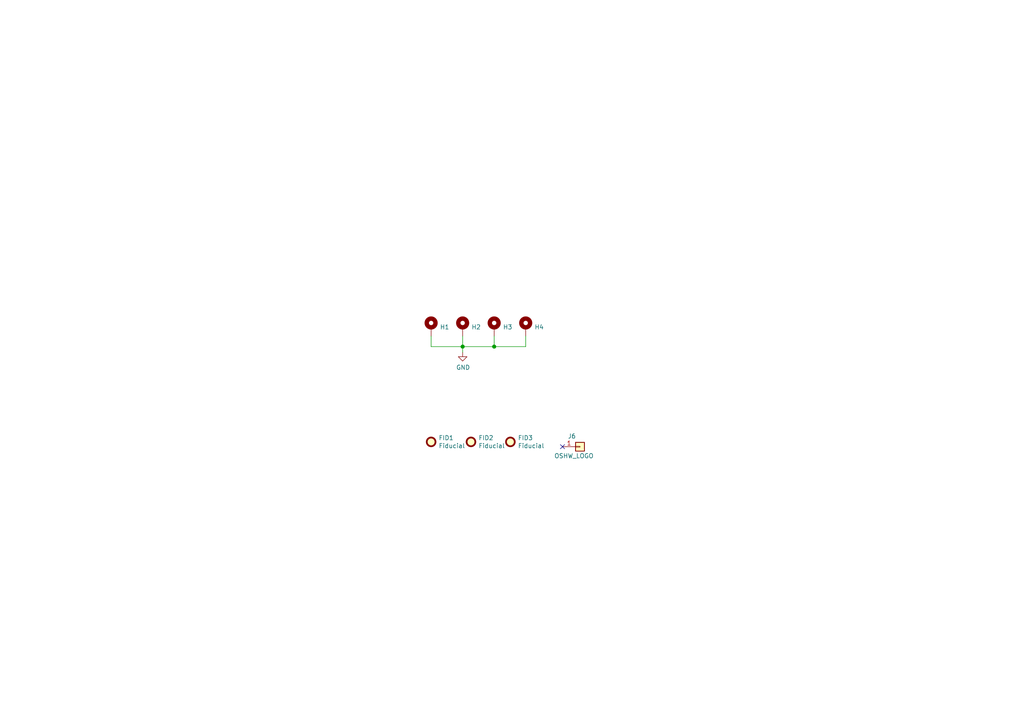
<source format=kicad_sch>
(kicad_sch (version 20210621) (generator eeschema)
  (paper "A4")
  (lib_symbols
    (symbol "Connector_Generic:Conn_01x01" (pin_names (offset 1.016) hide)
      (property "Reference" "J" (at 0 2.54 0))
      (property "Value" "Conn_01x01" (at 0 -2.54 0))
      (symbol "Conn_01x01_1_1"
        (rectangle (start -1.27 0.127) (end 0 -0.127) (stroke (width 0.1524)))
        (rectangle (start -1.27 1.27) (end 1.27 -1.27) (stroke (width 0.254)) (fill (type background)))
        (pin passive line (at -5.08 0 0) (length 3.81) (name "Pin_1") (number "1"))
      )
    )
    (symbol "Mechanical:Fiducial"
      (property "Reference" "FID" (at 0 5.08 0))
      (property "Value" "Fiducial" (at 0 3.175 0))
      (symbol "Fiducial_0_1"
        (circle (center 0 0) (radius 1.27) (stroke (width 0.508)) (fill (type background)))
      )
    )
    (symbol "Mechanical:MountingHole_Pad" (pin_numbers hide) (pin_names (offset 1.016) hide)
      (property "Reference" "H" (at 0 6.35 0))
      (property "Value" "MountingHole_Pad" (at 0 4.445 0))
      (symbol "MountingHole_Pad_0_1"
        (circle (center 0 1.27) (radius 1.27) (stroke (width 1.27)))
      )
      (symbol "MountingHole_Pad_1_1"
        (pin input line (at 0 -2.54 90) (length 2.54) (name "1") (number "1"))
      )
    )
    (symbol "power:GND" (power) (pin_names (offset 0))
      (property "Value" "GND" (at 0 -3.81 0))
      (symbol "GND_0_1"
        (polyline (pts (xy 0 0) (xy 0 -1.27) (xy 1.27 -1.27) (xy 0 -2.54) (xy -1.27 -1.27) (xy 0 -1.27)))
      )
      (symbol "GND_1_1"
        (pin power_in line (at 0 0 270) (length 0) hide (name "GND") (number "1"))
      )
    )
  )
  (junction (at 134.1882 100.5332) (diameter 1.016))
  (junction (at 143.3322 100.5332) (diameter 1.016))
  (no_connect (at 163.1442 129.5654))
  (wire (pts (xy 125.0442 97.4852) (xy 125.0442 100.5332)))
  (wire (pts (xy 125.0442 100.5332) (xy 134.1882 100.5332)))
  (wire (pts (xy 134.1882 97.4852) (xy 134.1882 100.5332)))
  (wire (pts (xy 134.1882 100.5332) (xy 134.1882 102.1842)))
  (wire (pts (xy 134.1882 100.5332) (xy 143.3322 100.5332)))
  (wire (pts (xy 143.3322 97.4852) (xy 143.3322 100.5332)))
  (wire (pts (xy 143.3322 100.5332) (xy 152.4762 100.5332)))
  (wire (pts (xy 152.4762 100.5332) (xy 152.4762 97.4852)))
  (symbol (lib_id "power:GND") (at 134.1882 102.1842 0) (unit 1)
    (property "Reference" "#PWR09" (effects hide))
    (property "Value" "GND" (at 134.3152 106.5784 0))
  )
  (symbol (lib_id "Mechanical:Fiducial") (at 125.0442 128.1684 0) (unit 1)
    (property "Reference" "FID1" (at 127.2032 127 0) (effects (justify left)))
    (property "Value" "Fiducial" (at 127.2032 129.3114 0) (effects (justify left)))
    (property "Footprint" "Fiducial:Fiducial_0.75mm_Mask1.5mm" (effects hide))
  )
  (symbol (lib_id "Mechanical:Fiducial") (at 136.6012 128.1684 0) (unit 1)
    (property "Reference" "FID2" (at 138.7602 127 0) (effects (justify left)))
    (property "Value" "Fiducial" (at 138.7602 129.3114 0) (effects (justify left)))
    (property "Footprint" "Fiducial:Fiducial_0.75mm_Mask1.5mm" (effects hide))
  )
  (symbol (lib_id "Mechanical:Fiducial") (at 148.0312 128.1684 0) (unit 1)
    (property "Reference" "FID3" (at 150.1902 127 0) (effects (justify left)))
    (property "Value" "Fiducial" (at 150.1902 129.3114 0) (effects (justify left)))
    (property "Footprint" "Fiducial:Fiducial_0.75mm_Mask1.5mm" (effects hide))
  )
  (symbol (lib_id "Connector_Generic:Conn_01x01") (at 168.2242 129.5654 0) (unit 1)
    (property "Reference" "J6" (at 164.6682 126.5174 0) (effects (justify left)))
    (property "Value" "OSHW_LOGO" (at 160.7312 132.2324 0) (effects (justify left)))
    (property "Footprint" "Symbol:OSHW-Logo2_9.8x8mm_Copper" (effects hide))
  )
  (symbol (lib_id "Mechanical:MountingHole_Pad") (at 125.0442 94.9452 0) (unit 1)
    (property "Reference" "H1" (at 127.5842 94.869 0) (effects (justify left)))
    (property "Value" "MountingHole_Pad" (effects hide))
    (property "Footprint" "OpenFlops:MountingHole_M3_Pad" (effects hide))
  )
  (symbol (lib_id "Mechanical:MountingHole_Pad") (at 134.1882 94.9452 0) (unit 1)
    (property "Reference" "H2" (at 136.7282 94.869 0) (effects (justify left)))
    (property "Value" "MountingHole_Pad" (effects hide))
    (property "Footprint" "OpenFlops:MountingHole_M3_Pad" (effects hide))
  )
  (symbol (lib_id "Mechanical:MountingHole_Pad") (at 143.3322 94.9452 0) (unit 1)
    (property "Reference" "H3" (at 145.8722 94.869 0) (effects (justify left)))
    (property "Value" "MountingHole_Pad" (effects hide))
    (property "Footprint" "OpenFlops:MountingHole_M3_Pad" (effects hide))
  )
  (symbol (lib_id "Mechanical:MountingHole_Pad") (at 152.4762 94.9452 0) (unit 1)
    (property "Reference" "H4" (at 155.0162 94.869 0) (effects (justify left)))
    (property "Value" "MountingHole_Pad" (effects hide))
    (property "Footprint" "OpenFlops:MountingHole_M3_Pad" (effects hide))
  )
)
</source>
